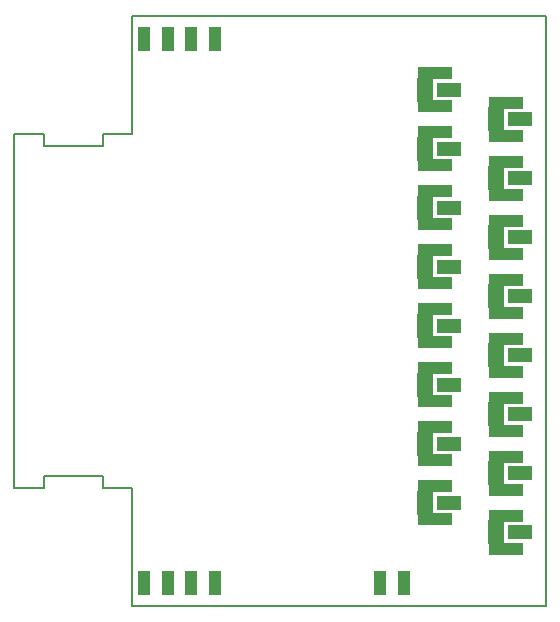
<source format=gtp>
From 01a7501800322687e5fb484c267dc360fe239386 Mon Sep 17 00:00:00 2001
From: jaseg <git-bigdata-wsl-arch@jaseg.de>
Date: Sat, 20 Feb 2021 12:27:00 +0100
Subject: Add control board, round pcb corners

---
 .../gerber.out/cable_breakout-F.Paste.gtp          | 229 ---------------------
 1 file changed, 229 deletions(-)
 delete mode 100644 cable_breakout/gerber.out/cable_breakout-F.Paste.gtp

(limited to 'cable_breakout/gerber.out/cable_breakout-F.Paste.gtp')

diff --git a/cable_breakout/gerber.out/cable_breakout-F.Paste.gtp b/cable_breakout/gerber.out/cable_breakout-F.Paste.gtp
deleted file mode 100644
index 25e55fc..0000000
--- a/cable_breakout/gerber.out/cable_breakout-F.Paste.gtp
+++ /dev/null
@@ -1,229 +0,0 @@
-G04 #@! TF.GenerationSoftware,KiCad,Pcbnew,(5.0.1)*
-G04 #@! TF.CreationDate,2018-11-27T11:11:20+09:00*
-G04 #@! TF.ProjectId,cable_breakout,6361626C655F627265616B6F75742E6B,rev?*
-G04 #@! TF.SameCoordinates,Original*
-G04 #@! TF.FileFunction,Paste,Top*
-G04 #@! TF.FilePolarity,Positive*
-%FSLAX46Y46*%
-G04 Gerber Fmt 4.6, Leading zero omitted, Abs format (unit mm)*
-G04 Created by KiCad (PCBNEW (5.0.1)) date Tue Nov 27 11:11:20 2018*
-%MOMM*%
-%LPD*%
-G01*
-G04 APERTURE LIST*
-%ADD10C,0.150000*%
-%ADD11R,1.000000X2.000000*%
-%ADD12R,2.000000X1.300000*%
-%ADD13R,1.400000X2.000000*%
-%ADD14R,3.000000X1.000000*%
-G04 APERTURE END LIST*
-D10*
-X117500000Y-130000000D02*
-X120000000Y-130000000D01*
-X117500000Y-129000000D02*
-X117500000Y-130000000D01*
-X112500000Y-129000000D02*
-X117500000Y-129000000D01*
-X112500000Y-130000000D02*
-X112500000Y-129000000D01*
-X110000000Y-130000000D02*
-X112500000Y-130000000D01*
-X117500000Y-100000000D02*
-X120000000Y-100000000D01*
-X117500000Y-101000000D02*
-X117500000Y-100000000D01*
-X112500000Y-101000000D02*
-X117500000Y-101000000D01*
-X112500000Y-100000000D02*
-X112500000Y-101000000D01*
-X110000000Y-100000000D02*
-X112500000Y-100000000D01*
-X120000000Y-130000000D02*
-X120000000Y-140000000D01*
-X120000000Y-90000000D02*
-X120000000Y-100000000D01*
-X155000000Y-140000000D02*
-X155000000Y-90000000D01*
-X120000000Y-140000000D02*
-X155000000Y-140000000D01*
-X155000000Y-90000000D02*
-X120000000Y-90000000D01*
-X110000000Y-130000000D02*
-X110000000Y-100000000D01*
-D11*
-G04 #@! TO.C,TP1*
-X123000000Y-138000000D03*
-G04 #@! TD*
-G04 #@! TO.C,TP2*
-X121000000Y-138000000D03*
-G04 #@! TD*
-G04 #@! TO.C,TP9*
-X127000000Y-138000000D03*
-G04 #@! TD*
-G04 #@! TO.C,TP10*
-X125000000Y-138000000D03*
-G04 #@! TD*
-D12*
-G04 #@! TO.C,J2*
-X146800000Y-96250000D03*
-D13*
-X144800000Y-96250000D03*
-D14*
-X145600000Y-97650000D03*
-X145600000Y-94850000D03*
-G04 #@! TD*
-D12*
-G04 #@! TO.C,J4*
-X152800000Y-98750000D03*
-D13*
-X150800000Y-98750000D03*
-D14*
-X151600000Y-100150000D03*
-X151600000Y-97350000D03*
-G04 #@! TD*
-D12*
-G04 #@! TO.C,J5*
-X146800000Y-101250000D03*
-D13*
-X144800000Y-101250000D03*
-D14*
-X145600000Y-102650000D03*
-X145600000Y-99850000D03*
-G04 #@! TD*
-D12*
-G04 #@! TO.C,J6*
-X152800000Y-103750000D03*
-D13*
-X150800000Y-103750000D03*
-D14*
-X151600000Y-105150000D03*
-X151600000Y-102350000D03*
-G04 #@! TD*
-D12*
-G04 #@! TO.C,J7*
-X146800000Y-106250000D03*
-D13*
-X144800000Y-106250000D03*
-D14*
-X145600000Y-107650000D03*
-X145600000Y-104850000D03*
-G04 #@! TD*
-D12*
-G04 #@! TO.C,J8*
-X152800000Y-108750000D03*
-D13*
-X150800000Y-108750000D03*
-D14*
-X151600000Y-110150000D03*
-X151600000Y-107350000D03*
-G04 #@! TD*
-D12*
-G04 #@! TO.C,J9*
-X146800000Y-111250000D03*
-D13*
-X144800000Y-111250000D03*
-D14*
-X145600000Y-112650000D03*
-X145600000Y-109850000D03*
-G04 #@! TD*
-D12*
-G04 #@! TO.C,J10*
-X152800000Y-113750000D03*
-D13*
-X150800000Y-113750000D03*
-D14*
-X151600000Y-115150000D03*
-X151600000Y-112350000D03*
-G04 #@! TD*
-D12*
-G04 #@! TO.C,J11*
-X146800000Y-116250000D03*
-D13*
-X144800000Y-116250000D03*
-D14*
-X145600000Y-117650000D03*
-X145600000Y-114850000D03*
-G04 #@! TD*
-D12*
-G04 #@! TO.C,J12*
-X152800000Y-118750000D03*
-D13*
-X150800000Y-118750000D03*
-D14*
-X151600000Y-120150000D03*
-X151600000Y-117350000D03*
-G04 #@! TD*
-D12*
-G04 #@! TO.C,J13*
-X146800000Y-121250000D03*
-D13*
-X144800000Y-121250000D03*
-D14*
-X145600000Y-122650000D03*
-X145600000Y-119850000D03*
-G04 #@! TD*
-D12*
-G04 #@! TO.C,J14*
-X152800000Y-123750000D03*
-D13*
-X150800000Y-123750000D03*
-D14*
-X151600000Y-125150000D03*
-X151600000Y-122350000D03*
-G04 #@! TD*
-D12*
-G04 #@! TO.C,J15*
-X146800000Y-126250000D03*
-D13*
-X144800000Y-126250000D03*
-D14*
-X145600000Y-127650000D03*
-X145600000Y-124850000D03*
-G04 #@! TD*
-D12*
-G04 #@! TO.C,J16*
-X152800000Y-128750000D03*
-D13*
-X150800000Y-128750000D03*
-D14*
-X151600000Y-130150000D03*
-X151600000Y-127350000D03*
-G04 #@! TD*
-D12*
-G04 #@! TO.C,J17*
-X146800000Y-131250000D03*
-D13*
-X144800000Y-131250000D03*
-D14*
-X145600000Y-132650000D03*
-X145600000Y-129850000D03*
-G04 #@! TD*
-D12*
-G04 #@! TO.C,J18*
-X152800000Y-133750000D03*
-D13*
-X150800000Y-133750000D03*
-D14*
-X151600000Y-135150000D03*
-X151600000Y-132350000D03*
-G04 #@! TD*
-D11*
-G04 #@! TO.C,TP3*
-X125000000Y-92000000D03*
-G04 #@! TD*
-G04 #@! TO.C,TP4*
-X127000000Y-92000000D03*
-G04 #@! TD*
-G04 #@! TO.C,TP5*
-X121000000Y-92000000D03*
-G04 #@! TD*
-G04 #@! TO.C,TP6*
-X123000000Y-92000000D03*
-G04 #@! TD*
-G04 #@! TO.C,TP7*
-X141000000Y-138000000D03*
-G04 #@! TD*
-G04 #@! TO.C,TP8*
-X143000000Y-138000000D03*
-G04 #@! TD*
-M02*
-- 
cgit 


</source>
